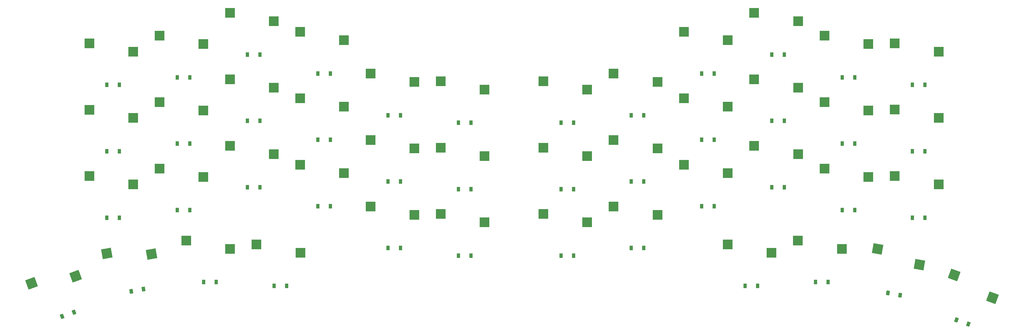
<source format=gbr>
%TF.GenerationSoftware,KiCad,Pcbnew,8.0.4*%
%TF.CreationDate,2024-08-22T13:40:17+01:00*%
%TF.ProjectId,TEST combine v2 left and right,54455354-2063-46f6-9d62-696e65207632,rev?*%
%TF.SameCoordinates,Original*%
%TF.FileFunction,Paste,Bot*%
%TF.FilePolarity,Positive*%
%FSLAX46Y46*%
G04 Gerber Fmt 4.6, Leading zero omitted, Abs format (unit mm)*
G04 Created by KiCad (PCBNEW 8.0.4) date 2024-08-22 13:40:17*
%MOMM*%
%LPD*%
G01*
G04 APERTURE LIST*
G04 Aperture macros list*
%AMRotRect*
0 Rectangle, with rotation*
0 The origin of the aperture is its center*
0 $1 length*
0 $2 width*
0 $3 Rotation angle, in degrees counterclockwise*
0 Add horizontal line*
21,1,$1,$2,0,0,$3*%
G04 Aperture macros list end*
%ADD10R,0.900000X1.200000*%
%ADD11R,2.600000X2.600000*%
%ADD12RotRect,0.900000X1.200000X350.000000*%
%ADD13RotRect,0.900000X1.200000X340.000000*%
%ADD14RotRect,2.600000X2.600000X340.000000*%
%ADD15RotRect,2.600000X2.600000X350.000000*%
%ADD16RotRect,2.600000X2.600000X10.000000*%
%ADD17RotRect,0.900000X1.200000X10.000000*%
%ADD18RotRect,0.900000X1.200000X20.000000*%
%ADD19RotRect,2.600000X2.600000X20.000000*%
G04 APERTURE END LIST*
D10*
%TO.C,D18*%
X264250005Y-64699999D03*
X267550005Y-64700003D03*
%TD*%
%TO.C,D12*%
X227250001Y-56699997D03*
X230550001Y-56700001D03*
%TD*%
D11*
%TO.C,S12*%
X222625002Y-45749998D03*
X234175002Y-47949998D03*
%TD*%
D10*
%TO.C,D17*%
X264250005Y-82199997D03*
X267550005Y-82200001D03*
%TD*%
D11*
%TO.C,S7*%
X204125004Y-85750001D03*
X215675004Y-87950001D03*
%TD*%
D10*
%TO.C,D6*%
X190250002Y-72699997D03*
X193550002Y-72700001D03*
%TD*%
%TO.C,D13*%
X245750002Y-97699997D03*
X249050002Y-97700001D03*
%TD*%
%TO.C,D8*%
X208750002Y-79199996D03*
X212050002Y-79200000D03*
%TD*%
D11*
%TO.C,S14*%
X241125000Y-69250001D03*
X252675000Y-71450001D03*
%TD*%
%TO.C,S1*%
X167125006Y-98749999D03*
X178675006Y-100949999D03*
%TD*%
%TO.C,S15*%
X241125007Y-51750002D03*
X252675007Y-53950002D03*
%TD*%
%TO.C,S16*%
X259625003Y-88749998D03*
X271175003Y-90949998D03*
%TD*%
%TO.C,S10*%
X222625001Y-80749999D03*
X234175001Y-82949999D03*
%TD*%
D10*
%TO.C,D2*%
X171750001Y-92199996D03*
X175050001Y-92200000D03*
%TD*%
%TO.C,D7*%
X208750005Y-96699998D03*
X212050005Y-96700002D03*
%TD*%
%TO.C,D11*%
X227250007Y-74199997D03*
X230550007Y-74200001D03*
%TD*%
D12*
%TO.C,D21*%
X257787360Y-119558027D03*
X261037226Y-120131063D03*
%TD*%
D13*
%TO.C,D22*%
X275865550Y-126663247D03*
X278966536Y-127791911D03*
%TD*%
D11*
%TO.C,S3*%
X167125004Y-63750000D03*
X178675004Y-65950000D03*
%TD*%
D10*
%TO.C,D10*%
X227249999Y-91700000D03*
X230549999Y-91700004D03*
%TD*%
D11*
%TO.C,S19*%
X215625006Y-106749999D03*
X227175006Y-108949999D03*
%TD*%
%TO.C,S13*%
X241125004Y-86750000D03*
X252675004Y-88950000D03*
%TD*%
D10*
%TO.C,D3*%
X171750004Y-74699996D03*
X175050004Y-74700000D03*
%TD*%
%TO.C,D19*%
X220250006Y-117699997D03*
X223550006Y-117700001D03*
%TD*%
%TO.C,D9*%
X208750007Y-61699997D03*
X212050007Y-61700001D03*
%TD*%
D11*
%TO.C,S8*%
X204125003Y-68250001D03*
X215675003Y-70450001D03*
%TD*%
%TO.C,S2*%
X167125002Y-81249999D03*
X178675002Y-83449999D03*
%TD*%
%TO.C,S20*%
X234125005Y-105749999D03*
X245675005Y-107949999D03*
%TD*%
D10*
%TO.C,D1*%
X171750004Y-109699997D03*
X175050004Y-109700001D03*
%TD*%
D11*
%TO.C,S6*%
X185625005Y-61750001D03*
X197175005Y-63950001D03*
%TD*%
D10*
%TO.C,D14*%
X245750007Y-80199995D03*
X249050007Y-80199999D03*
%TD*%
D14*
%TO.C,S22*%
X275264591Y-114791769D03*
X285365596Y-120809425D03*
%TD*%
D11*
%TO.C,S17*%
X259625005Y-71249999D03*
X271175005Y-73449999D03*
%TD*%
%TO.C,S9*%
X204125000Y-50750000D03*
X215675000Y-52950000D03*
%TD*%
D10*
%TO.C,D16*%
X264250006Y-99699999D03*
X267550006Y-99700003D03*
%TD*%
%TO.C,D15*%
X245750004Y-62699995D03*
X249050004Y-62699999D03*
%TD*%
D15*
%TO.C,S21*%
X255134069Y-107971261D03*
X266126573Y-112143475D03*
%TD*%
D11*
%TO.C,S11*%
X222625006Y-63249997D03*
X234175006Y-65449997D03*
%TD*%
%TO.C,S18*%
X259625003Y-53750000D03*
X271175003Y-55950000D03*
%TD*%
D10*
%TO.C,D4*%
X190249998Y-107699998D03*
X193549998Y-107700002D03*
%TD*%
%TO.C,D20*%
X238750004Y-116699999D03*
X242050004Y-116700003D03*
%TD*%
D11*
%TO.C,S4*%
X185625005Y-96750002D03*
X197175005Y-98950002D03*
%TD*%
D10*
%TO.C,D5*%
X190250008Y-90200000D03*
X193550008Y-90200004D03*
%TD*%
D11*
%TO.C,S5*%
X185625004Y-79250000D03*
X197175004Y-81450000D03*
%TD*%
%TO.C,S19*%
X91626796Y-106751793D03*
X103176796Y-108951793D03*
%TD*%
D10*
%TO.C,D7*%
X107751795Y-96701796D03*
X111051795Y-96701794D03*
%TD*%
D11*
%TO.C,S15*%
X66126795Y-51751794D03*
X77676795Y-53951794D03*
%TD*%
D10*
%TO.C,D3*%
X144751795Y-74701796D03*
X148051795Y-74701794D03*
%TD*%
%TO.C,D12*%
X89251797Y-56701796D03*
X92551797Y-56701794D03*
%TD*%
D16*
%TO.C,S21*%
X52217241Y-109110450D03*
X63973796Y-109271390D03*
%TD*%
D10*
%TO.C,D18*%
X52251796Y-64701796D03*
X55551796Y-64701794D03*
%TD*%
D11*
%TO.C,S2*%
X140126796Y-81251795D03*
X151676796Y-83451795D03*
%TD*%
%TO.C,S6*%
X121626796Y-61751794D03*
X133176796Y-63951794D03*
%TD*%
D10*
%TO.C,D2*%
X144751797Y-92201795D03*
X148051797Y-92201793D03*
%TD*%
%TO.C,D17*%
X52251797Y-82201794D03*
X55551797Y-82201792D03*
%TD*%
D11*
%TO.C,S8*%
X103126796Y-68251794D03*
X114676796Y-70451794D03*
%TD*%
D10*
%TO.C,D15*%
X70751796Y-62701796D03*
X74051796Y-62701794D03*
%TD*%
%TO.C,D9*%
X107751796Y-61701796D03*
X111051796Y-61701794D03*
%TD*%
%TO.C,D16*%
X52251796Y-99701797D03*
X55551796Y-99701795D03*
%TD*%
D11*
%TO.C,S1*%
X140126797Y-98751794D03*
X151676797Y-100951794D03*
%TD*%
%TO.C,S16*%
X47626796Y-88751795D03*
X59176796Y-90951795D03*
%TD*%
%TO.C,S14*%
X66126796Y-69251795D03*
X77676796Y-71451795D03*
%TD*%
%TO.C,S11*%
X84626796Y-63251794D03*
X96176796Y-65451794D03*
%TD*%
%TO.C,S10*%
X84626797Y-80751795D03*
X96176797Y-82951795D03*
%TD*%
D10*
%TO.C,D1*%
X144751796Y-109701797D03*
X148051796Y-109701795D03*
%TD*%
D11*
%TO.C,S7*%
X103126797Y-85751794D03*
X114676797Y-87951794D03*
%TD*%
%TO.C,S13*%
X66126796Y-86751794D03*
X77676796Y-88951794D03*
%TD*%
%TO.C,S9*%
X103126797Y-50751794D03*
X114676797Y-52951794D03*
%TD*%
%TO.C,S17*%
X47626796Y-71251795D03*
X59176796Y-73451795D03*
%TD*%
%TO.C,S18*%
X47626796Y-53751794D03*
X59176796Y-55951794D03*
%TD*%
D10*
%TO.C,D4*%
X126251796Y-107701796D03*
X129551796Y-107701794D03*
%TD*%
D11*
%TO.C,S3*%
X140126795Y-63751794D03*
X151676795Y-65951794D03*
%TD*%
D17*
%TO.C,D21*%
X58673424Y-119090971D03*
X61923290Y-118517935D03*
%TD*%
D10*
%TO.C,D5*%
X126251794Y-90201796D03*
X129551794Y-90201794D03*
%TD*%
%TO.C,D13*%
X70751797Y-97701797D03*
X74051797Y-97701795D03*
%TD*%
D18*
%TO.C,D22*%
X40473419Y-125741584D03*
X43574405Y-124612920D03*
%TD*%
D11*
%TO.C,S5*%
X121626796Y-79251794D03*
X133176796Y-81451794D03*
%TD*%
D19*
%TO.C,S22*%
X32382221Y-117033794D03*
X43988115Y-115150785D03*
%TD*%
D10*
%TO.C,D6*%
X126251797Y-72701796D03*
X129551797Y-72701794D03*
%TD*%
%TO.C,D20*%
X77751796Y-116701795D03*
X81051796Y-116701793D03*
%TD*%
D11*
%TO.C,S12*%
X84626797Y-45751795D03*
X96176797Y-47951795D03*
%TD*%
D10*
%TO.C,D14*%
X70751795Y-80201795D03*
X74051795Y-80201793D03*
%TD*%
%TO.C,D10*%
X89251795Y-91701796D03*
X92551795Y-91701794D03*
%TD*%
D11*
%TO.C,S4*%
X121626794Y-96751796D03*
X133176794Y-98951796D03*
%TD*%
D10*
%TO.C,D19*%
X96251794Y-117701796D03*
X99551794Y-117701794D03*
%TD*%
%TO.C,D8*%
X107751797Y-79201795D03*
X111051797Y-79201793D03*
%TD*%
D11*
%TO.C,S20*%
X73126796Y-105751794D03*
X84676796Y-107951794D03*
%TD*%
D10*
%TO.C,D11*%
X89251796Y-74201795D03*
X92551796Y-74201793D03*
%TD*%
M02*

</source>
